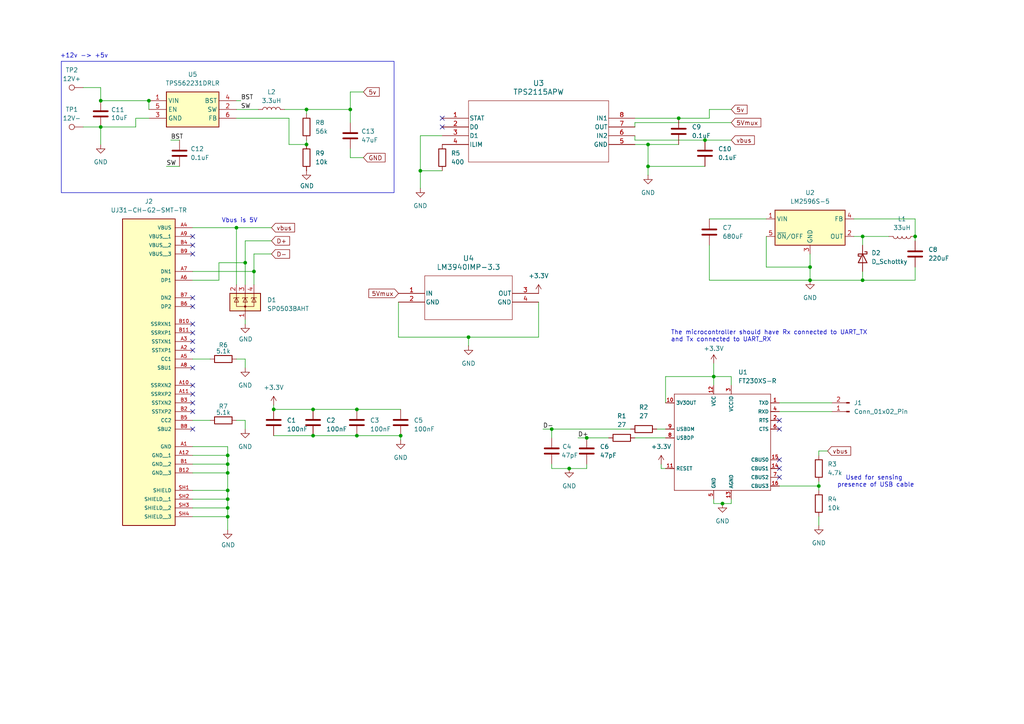
<source format=kicad_sch>
(kicad_sch (version 20231120) (generator "eeschema") (generator_version "8.0")
  (paper "A4")
  (lib_symbols
    (symbol "Connector:Conn_01x02_Pin" (pin_names (offset 1.016) hide)
      (property "Reference" "J" (at 0 2.54 0))
      (property "Value" "Conn_01x02_Pin" (at 0 -5.08 0))
      (symbol "Conn_01x02_Pin_1_1"
        (polyline (pts (xy 1.27 -2.54) (xy 0.8636 -2.54)) (stroke (width 0.1524)))
        (polyline (pts (xy 1.27 0) (xy 0.8636 0)) (stroke (width 0.1524)))
        (rectangle (start 0.8636 -2.413) (end 0 -2.667) (stroke (width 0.1524)) (fill (type outline)))
        (rectangle (start 0.8636 0.127) (end 0 -0.127) (stroke (width 0.1524)) (fill (type outline)))
        (pin passive line (at 5.08 0 180) (length 3.81) (name "Pin_1") (number "1"))
        (pin passive line (at 5.08 -2.54 180) (length 3.81) (name "Pin_2") (number "2"))
      )
    )
    (symbol "Connector:TestPoint" (pin_numbers hide) (pin_names (offset 0.762) hide)
      (property "Reference" "TP" (at 0 6.858 0))
      (property "Value" "TestPoint" (at 0 5.08 0))
      (symbol "TestPoint_0_1"
        (circle (center 0 3.302) (radius 0.762))
      )
      (symbol "TestPoint_1_1"
        (pin passive line (at 0 0 90) (length 2.54) (name "1") (number "1"))
      )
    )
    (symbol "Device:C" (pin_numbers hide) (pin_names (offset 0.254))
      (property "Reference" "C" (at 0.635 2.54 0))
      (property "Value" "C" (at 0.635 -2.54 0))
      (symbol "C_0_1"
        (polyline (pts (xy -2.032 -0.762) (xy 2.032 -0.762)) (stroke (width 0.508)))
        (polyline (pts (xy -2.032 0.762) (xy 2.032 0.762)) (stroke (width 0.508)))
      )
      (symbol "C_1_1"
        (pin passive line (at 0 3.81 270) (length 2.794) (name "~") (number "1"))
        (pin passive line (at 0 -3.81 90) (length 2.794) (name "~") (number "2"))
      )
    )
    (symbol "Device:D_Schottky" (pin_numbers hide) (pin_names (offset 1.016) hide)
      (property "Reference" "D" (at 0 2.54 0))
      (property "Value" "D_Schottky" (at 0 -2.54 0))
      (symbol "D_Schottky_0_1"
        (polyline (pts (xy 1.27 0) (xy -1.27 0)))
        (polyline (pts (xy 1.27 1.27) (xy 1.27 -1.27) (xy -1.27 0) (xy 1.27 1.27)) (stroke (width 0.254)))
        (polyline (pts (xy -1.905 0.635) (xy -1.905 1.27) (xy -1.27 1.27) (xy -1.27 -1.27) (xy -0.635 -1.27) (xy -0.635 -0.635)) (stroke (width 0.254)))
      )
      (symbol "D_Schottky_1_1"
        (pin passive line (at -3.81 0 0) (length 2.54) (name "K") (number "1"))
        (pin passive line (at 3.81 0 180) (length 2.54) (name "A") (number "2"))
      )
    )
    (symbol "Device:L" (pin_numbers hide) (pin_names (offset 1.016) hide)
      (property "Reference" "L" (at -1.27 0 90))
      (property "Value" "L" (at 1.905 0 90))
      (symbol "L_0_1"
        (arc (start 0 -2.54) (mid 0.6323 -1.905) (end 0 -1.27))
        (arc (start 0 -1.27) (mid 0.6323 -0.635) (end 0 0))
        (arc (start 0 0) (mid 0.6323 0.635) (end 0 1.27))
        (arc (start 0 1.27) (mid 0.6323 1.905) (end 0 2.54))
      )
      (symbol "L_1_1"
        (pin passive line (at 0 3.81 270) (length 1.27) (name "1") (number "1"))
        (pin passive line (at 0 -3.81 90) (length 1.27) (name "2") (number "2"))
      )
    )
    (symbol "Device:R" (pin_numbers hide) (pin_names (offset 0))
      (property "Reference" "R" (at 2.032 0 90))
      (property "Value" "R" (at 0 0 90))
      (symbol "R_0_1"
        (rectangle (start -1.016 -2.54) (end 1.016 2.54) (stroke (width 0.254)))
      )
      (symbol "R_1_1"
        (pin passive line (at 0 3.81 270) (length 1.27) (name "~") (number "1"))
        (pin passive line (at 0 -3.81 90) (length 1.27) (name "~") (number "2"))
      )
    )
    (symbol "LM3940:LM3940IMP-3.3" (pin_names (offset 0.254))
      (property "Reference" "U" (at 20.32 10.16 0))
      (property "Value" "LM3940IMP-3.3" (at 20.32 7.62 0))
      (symbol "LM3940IMP-3.3_0_1"
        (polyline (pts (xy 7.62 -7.62) (xy 33.02 -7.62)) (stroke (width 0.127)))
        (polyline (pts (xy 7.62 5.08) (xy 7.62 -7.62)) (stroke (width 0.127)))
        (polyline (pts (xy 33.02 -7.62) (xy 33.02 5.08)) (stroke (width 0.127)))
        (polyline (pts (xy 33.02 5.08) (xy 7.62 5.08)) (stroke (width 0.127)))
        (pin input line (at 0 0 0) (length 7.62) (name "IN") (number "1"))
        (pin passive line (at 0 -2.54 0) (length 7.62) (name "GND") (number "2"))
        (pin output line (at 40.64 0 180) (length 7.62) (name "OUT") (number "3"))
        (pin passive line (at 40.64 -2.54 180) (length 7.62) (name "GND") (number "4"))
      )
    )
    (symbol "Regulator_Switching:LM2596S-5"
      (property "Reference" "U" (at -10.16 6.35 0))
      (property "Value" "LM2596S-5" (at 0 6.35 0))
      (symbol "LM2596S-5_0_1"
        (rectangle (start -10.16 5.08) (end 10.16 -5.08) (stroke (width 0.254)) (fill (type background)))
      )
      (symbol "LM2596S-5_1_1"
        (pin power_in line (at -12.7 2.54 0) (length 2.54) (name "VIN") (number "1"))
        (pin output line (at 12.7 -2.54 180) (length 2.54) (name "OUT") (number "2"))
        (pin power_in line (at 0 -7.62 90) (length 2.54) (name "GND") (number "3"))
        (pin input line (at 12.7 2.54 180) (length 2.54) (name "FB") (number "4"))
        (pin input line (at -12.7 -2.54 0) (length 2.54) (name "~{ON}/OFF") (number "5"))
      )
    )
    (symbol "TPS2115A:TPS2115APW" (pin_names (offset 0.254))
      (property "Reference" "U" (at 27.94 10.16 0))
      (property "Value" "TPS2115APW" (at 27.94 7.62 0))
      (symbol "TPS2115APW_0_1"
        (polyline (pts (xy 7.62 -12.7) (xy 48.26 -12.7)) (stroke (width 0.127)))
        (polyline (pts (xy 7.62 5.08) (xy 7.62 -12.7)) (stroke (width 0.127)))
        (polyline (pts (xy 48.26 -12.7) (xy 48.26 5.08)) (stroke (width 0.127)))
        (polyline (pts (xy 48.26 5.08) (xy 7.62 5.08)) (stroke (width 0.127)))
        (pin output line (at 0 0 0) (length 7.62) (name "STAT") (number "1"))
        (pin input line (at 0 -2.54 0) (length 7.62) (name "D0") (number "2"))
        (pin input line (at 0 -5.08 0) (length 7.62) (name "D1") (number "3"))
        (pin input line (at 0 -7.62 0) (length 7.62) (name "ILIM") (number "4"))
        (pin power_in line (at 55.88 -7.62 180) (length 7.62) (name "GND") (number "5"))
        (pin input line (at 55.88 -5.08 180) (length 7.62) (name "IN2") (number "6"))
        (pin output line (at 55.88 -2.54 180) (length 7.62) (name "OUT") (number "7"))
        (pin input line (at 55.88 0 180) (length 7.62) (name "IN1") (number "8"))
      )
    )
    (symbol "UJ31-CH-G2-SMT-TR:UJ31-CH-G2-SMT-TR" (pin_names (offset 1.016))
      (property "Reference" "J" (at -7.6257 33.0447 0))
      (property "Value" "UJ31-CH-G2-SMT-TR" (at -7.622 -58.4295 0))
      (symbol "UJ31-CH-G2-SMT-TR_0_0"
        (rectangle (start -7.62 -55.88) (end 7.62 33.02) (stroke (width 0.254)) (fill (type background)))
        (pin power_in line (at 12.7 -33.02 180) (length 5.08) (name "GND") (number "A1"))
        (pin bidirectional line (at 12.7 -15.24 180) (length 5.08) (name "SSRXN2") (number "A10"))
        (pin bidirectional line (at 12.7 -17.78 180) (length 5.08) (name "SSRXP2") (number "A11"))
        (pin power_in line (at 12.7 -35.56 180) (length 5.08) (name "GND__1") (number "A12"))
        (pin bidirectional line (at 12.7 -5.08 180) (length 5.08) (name "SSTXP1") (number "A2"))
        (pin bidirectional line (at 12.7 -2.54 180) (length 5.08) (name "SSTXN1") (number "A3"))
        (pin power_in line (at 12.7 30.48 180) (length 5.08) (name "VBUS") (number "A4"))
        (pin bidirectional line (at 12.7 -7.62 180) (length 5.08) (name "CC1") (number "A5"))
        (pin bidirectional line (at 12.7 15.24 180) (length 5.08) (name "DP1") (number "A6"))
        (pin bidirectional line (at 12.7 17.78 180) (length 5.08) (name "DN1") (number "A7"))
        (pin bidirectional line (at 12.7 -10.16 180) (length 5.08) (name "SBU1") (number "A8"))
        (pin power_in line (at 12.7 27.94 180) (length 5.08) (name "VBUS__1") (number "A9"))
        (pin power_in line (at 12.7 -38.1 180) (length 5.08) (name "GND__2") (number "B1"))
        (pin bidirectional line (at 12.7 2.54 180) (length 5.08) (name "SSRXN1") (number "B10"))
        (pin bidirectional line (at 12.7 0 180) (length 5.08) (name "SSRXP1") (number "B11"))
        (pin power_in line (at 12.7 -40.64 180) (length 5.08) (name "GND__3") (number "B12"))
        (pin bidirectional line (at 12.7 -22.86 180) (length 5.08) (name "SSTXP2") (number "B2"))
        (pin bidirectional line (at 12.7 -20.32 180) (length 5.08) (name "SSTXN2") (number "B3"))
        (pin power_in line (at 12.7 25.4 180) (length 5.08) (name "VBUS__2") (number "B4"))
        (pin bidirectional line (at 12.7 -25.4 180) (length 5.08) (name "CC2") (number "B5"))
        (pin bidirectional line (at 12.7 7.62 180) (length 5.08) (name "DP2") (number "B6"))
        (pin bidirectional line (at 12.7 10.16 180) (length 5.08) (name "DN2") (number "B7"))
        (pin bidirectional line (at 12.7 -27.94 180) (length 5.08) (name "SBU2") (number "B8"))
        (pin power_in line (at 12.7 22.86 180) (length 5.08) (name "VBUS__3") (number "B9"))
        (pin power_in line (at 12.7 -45.72 180) (length 5.08) (name "SHIELD") (number "SH1"))
        (pin power_in line (at 12.7 -48.26 180) (length 5.08) (name "SHIELD__1") (number "SH2"))
        (pin power_in line (at 12.7 -50.8 180) (length 5.08) (name "SHIELD__2") (number "SH3"))
        (pin power_in line (at 12.7 -53.34 180) (length 5.08) (name "SHIELD__3") (number "SH4"))
      )
    )
    (symbol "power:+3.3V" (power) (pin_numbers hide) (pin_names (offset 0) hide)
      (property "Value" "+3.3V" (at 0 3.556 0))
      (symbol "+3.3V_0_1"
        (polyline (pts (xy -0.762 1.27) (xy 0 2.54)))
        (polyline (pts (xy 0 0) (xy 0 2.54)))
        (polyline (pts (xy 0 2.54) (xy 0.762 1.27)))
      )
      (symbol "+3.3V_1_1"
        (pin power_in line (at 0 0 90) (length 0) (name "~") (number "1"))
      )
    )
    (symbol "power:GND" (power) (pin_numbers hide) (pin_names (offset 0) hide)
      (property "Value" "GND" (at 0 -3.81 0))
      (symbol "GND_0_1"
        (polyline (pts (xy 0 0) (xy 0 -1.27) (xy 1.27 -1.27) (xy 0 -2.54) (xy -1.27 -1.27) (xy 0 -1.27)))
      )
      (symbol "GND_1_1"
        (pin power_in line (at 0 0 270) (length 0) (name "~") (number "1"))
      )
    )
    (symbol "utsvt-chips:FT230XS-R"
      (property "Reference" "U" (at 0 0 0))
      (property "Value" "FT230XS-R" (at 0 0 0))
      (symbol "FT230XS-R_0_0"
        (polyline (pts (xy -15.24 -22.86) (xy -13.97 -22.86)) (stroke (width 0.1524)))
        (polyline (pts (xy -15.24 -13.97) (xy -13.97 -13.97)) (stroke (width 0.1524)))
        (polyline (pts (xy -15.24 -11.43) (xy -13.97 -11.43)) (stroke (width 0.1524)))
        (polyline (pts (xy -15.24 -3.81) (xy -13.97 -3.81)) (stroke (width 0.1524)))
        (polyline (pts (xy -13.97 -29.21) (xy -2.54 -29.21)) (stroke (width 0.1524)))
        (polyline (pts (xy -13.97 -22.86) (xy -13.97 -29.21)) (stroke (width 0.1524)))
        (polyline (pts (xy -13.97 -13.97) (xy -13.97 -22.86)) (stroke (width 0.1524)))
        (polyline (pts (xy -13.97 -11.43) (xy -13.97 -13.97)) (stroke (width 0.1524)))
        (polyline (pts (xy -13.97 -3.81) (xy -13.97 -11.43)) (stroke (width 0.1524)))
        (polyline (pts (xy -13.97 -1.27) (xy -13.97 -3.81)) (stroke (width 0.1524)))
        (polyline (pts (xy -13.97 -1.27) (xy -2.54 -1.27)) (stroke (width 0.1524)))
        (polyline (pts (xy -2.54 -30.48) (xy -2.54 -29.21)) (stroke (width 0.1524)))
        (polyline (pts (xy -2.54 -29.21) (xy 2.54 -29.21)) (stroke (width 0.1524)))
        (polyline (pts (xy -2.54 -1.27) (xy 2.54 -1.27)) (stroke (width 0.1524)))
        (polyline (pts (xy -2.54 0) (xy -2.54 -1.27)) (stroke (width 0.1524)))
        (polyline (pts (xy 2.54 -30.48) (xy 2.54 -29.21)) (stroke (width 0.1524)))
        (polyline (pts (xy 2.54 -29.21) (xy 13.97 -29.21)) (stroke (width 0.1524)))
        (polyline (pts (xy 2.54 -1.27) (xy 13.97 -1.27)) (stroke (width 0.1524)))
        (polyline (pts (xy 2.54 0) (xy 2.54 -1.27)) (stroke (width 0.1524)))
        (polyline (pts (xy 13.97 -27.94) (xy 13.97 -29.21)) (stroke (width 0.1524)))
        (polyline (pts (xy 13.97 -25.4) (xy 13.97 -27.94)) (stroke (width 0.1524)))
        (polyline (pts (xy 13.97 -22.86) (xy 13.97 -25.4)) (stroke (width 0.1524)))
        (polyline (pts (xy 13.97 -20.32) (xy 13.97 -22.86)) (stroke (width 0.1524)))
        (polyline (pts (xy 13.97 -11.43) (xy 13.97 -20.32)) (stroke (width 0.1524)))
        (polyline (pts (xy 13.97 -8.89) (xy 13.97 -11.43)) (stroke (width 0.1524)))
        (polyline (pts (xy 13.97 -6.35) (xy 13.97 -8.89)) (stroke (width 0.1524)))
        (polyline (pts (xy 13.97 -3.81) (xy 13.97 -6.35)) (stroke (width 0.1524)))
        (polyline (pts (xy 13.97 -1.27) (xy 13.97 -3.81)) (stroke (width 0.1524)))
        (polyline (pts (xy 15.24 -27.94) (xy 13.97 -27.94)) (stroke (width 0.1524)))
        (polyline (pts (xy 15.24 -25.4) (xy 13.97 -25.4)) (stroke (width 0.1524)))
        (polyline (pts (xy 15.24 -22.86) (xy 13.97 -22.86)) (stroke (width 0.1524)))
        (polyline (pts (xy 15.24 -20.32) (xy 13.97 -20.32)) (stroke (width 0.1524)))
        (polyline (pts (xy 15.24 -11.43) (xy 13.97 -11.43)) (stroke (width 0.1524)))
        (polyline (pts (xy 15.24 -8.89) (xy 13.97 -8.89)) (stroke (width 0.1524)))
        (polyline (pts (xy 15.24 -6.35) (xy 13.97 -6.35)) (stroke (width 0.1524)))
        (polyline (pts (xy 15.24 -3.81) (xy 13.97 -3.81)) (stroke (width 0.1524)))
        (pin bidirectional line (at 16.51 -3.81 180) (length 2.54) (name "TXD") (number "1"))
        (pin bidirectional line (at -16.51 -3.81 0) (length 2.54) (name "3V3OUT") (number "10"))
        (pin bidirectional line (at -16.51 -22.86 0) (length 2.54) (name "RESET") (number "11"))
        (pin bidirectional line (at -2.54 1.27 270) (length 2.54) (name "VCC") (number "12"))
        (pin bidirectional line (at 16.51 -22.86 180) (length 2.54) (name "CBUS1") (number "14"))
        (pin bidirectional line (at 16.51 -20.32 180) (length 2.54) (name "CBUS0") (number "15"))
        (pin bidirectional line (at 16.51 -27.94 180) (length 2.54) (name "CBUS3") (number "16"))
        (pin bidirectional line (at 16.51 -8.89 180) (length 2.54) (name "RTS") (number "2"))
        (pin bidirectional line (at 2.54 1.27 270) (length 2.54) (name "VCCIO") (number "3"))
        (pin bidirectional line (at 16.51 -6.35 180) (length 2.54) (name "RXD") (number "4"))
        (pin bidirectional line (at -2.54 -31.75 90) (length 2.54) (name "GND") (number "5"))
        (pin bidirectional line (at 16.51 -11.43 180) (length 2.54) (name "CTS") (number "6"))
        (pin bidirectional line (at 16.51 -25.4 180) (length 2.54) (name "CBUS2") (number "7"))
        (pin bidirectional line (at -16.51 -13.97 0) (length 2.54) (name "USBDP") (number "8"))
        (pin bidirectional line (at -16.51 -11.43 0) (length 2.54) (name "USBDM") (number "9"))
      )
      (symbol "FT230XS-R_1_0"
        (pin bidirectional line (at 2.54 -31.75 90) (length 2.54) (name "AGND") (number "13"))
      )
    )
    (symbol "utsvt-chips:SP0503BAHT-Power_Protection" (pin_names hide)
      (property "Reference" "D1" (at 6.35 0.635 0))
      (property "Value" "SP0503BAHT" (at 6.35 -1.905 0))
      (symbol "SP0503BAHT-Power_Protection_0_0"
        (pin passive line (at 0 -5.08 90) (length 2.54) (name "A") (number "1"))
      )
      (symbol "SP0503BAHT-Power_Protection_0_1"
        (rectangle (start -4.445 2.54) (end 4.445 -2.54) (stroke (width 0.254)) (fill (type background)))
        (circle (center 0 -1.27) (radius 0.254) (fill (type outline)))
        (polyline (pts (xy -2.54 2.54) (xy -2.54 1.27)))
        (polyline (pts (xy 0 -1.27) (xy 0 -2.54)))
        (polyline (pts (xy 0 -1.27) (xy 0 1.27)))
        (polyline (pts (xy 0 2.54) (xy 0 1.27)))
        (polyline (pts (xy 0.635 1.27) (xy 0.762 1.27)))
        (polyline (pts (xy 2.54 2.54) (xy 2.54 1.27)))
        (polyline (pts (xy 0.635 1.27) (xy -0.762 1.27) (xy -0.762 1.016)))
        (polyline (pts (xy -3.302 1.016) (xy -3.302 1.27) (xy -1.905 1.27) (xy -1.778 1.27)))
        (polyline (pts (xy -2.54 1.27) (xy -2.54 -1.27) (xy 2.54 -1.27) (xy 2.54 1.27)))
        (polyline (pts (xy -2.54 1.27) (xy -1.905 0) (xy -3.175 0) (xy -2.54 1.27)))
        (polyline (pts (xy 0.635 0) (xy -0.635 0) (xy 0 1.27) (xy 0.635 0)))
        (polyline (pts (xy 1.778 1.016) (xy 1.778 1.27) (xy 3.175 1.27) (xy 3.302 1.27)))
        (polyline (pts (xy 2.54 1.27) (xy 1.905 0) (xy 3.175 0) (xy 2.54 1.27)))
      )
      (symbol "SP0503BAHT-Power_Protection_1_1"
        (pin passive line (at -2.54 5.08 270) (length 2.54) (name "K") (number "2"))
        (pin passive line (at 0 5.08 270) (length 2.54) (name "K") (number "3"))
        (pin passive line (at 2.54 5.08 270) (length 2.54) (name "K") (number "4"))
      )
    )
    (symbol "utsvt-power-regulators:TPS562231DRLR"
      (property "Reference" "U" (at 0 1.778 0))
      (property "Value" "TPS562231DRLR" (at 0 0 0))
      (symbol "TPS562231DRLR_1_1"
        (rectangle (start -6.35 -2.54) (end 8.89 -12.7) (stroke (width 0.254)) (fill (type background)))
        (pin passive line (at -11.43 -5.08 0) (length 5.08) (name "VIN") (number "1"))
        (pin passive line (at 13.97 -7.62 180) (length 5.08) (name "SW") (number "2"))
        (pin passive line (at -11.43 -10.16 0) (length 5.08) (name "GND") (number "3"))
        (pin passive line (at 13.97 -5.08 180) (length 5.08) (name "BST") (number "4"))
        (pin passive line (at -11.43 -7.62 0) (length 5.08) (name "EN") (number "5"))
        (pin passive line (at 13.97 -10.16 180) (length 5.08) (name "FB") (number "6"))
      )
    )
  )
  (junction (at 43.18 29.21))
  (junction (at 209.55 146.05))
  (junction (at 101.6 31.75))
  (junction (at 187.96 41.91))
  (junction (at 79.375 118.745))
  (junction (at 135.89 97.79))
  (junction (at 29.21 29.21))
  (junction (at 103.505 118.745))
  (junction (at 250.19 81.28))
  (junction (at 103.505 126.365))
  (junction (at 88.9 31.75))
  (junction (at 66.04 149.86))
  (junction (at 90.805 118.745))
  (junction (at 207.01 109.22))
  (junction (at 204.47 40.64))
  (junction (at 29.21 36.83))
  (junction (at 66.04 144.78))
  (junction (at 71.12 76.2))
  (junction (at 165.1 135.89))
  (junction (at 196.85 34.29))
  (junction (at 66.04 142.24))
  (junction (at 265.43 68.58))
  (junction (at 90.805 126.365))
  (junction (at 160.02 124.46))
  (junction (at 73.66 78.74))
  (junction (at 66.04 147.32))
  (junction (at 66.04 134.62))
  (junction (at 250.19 68.58))
  (junction (at 66.04 132.08))
  (junction (at 66.04 137.16))
  (junction (at 237.49 140.97))
  (junction (at 234.95 81.28))
  (junction (at 121.92 49.53))
  (junction (at 170.18 127))
  (junction (at 234.95 77.47))
  (junction (at 68.58 66.04))
  (junction (at 116.205 126.365))
  (junction (at 88.9 41.91))
  (junction (at 187.96 48.26))
  (no_connect (at 55.88 111.76))
  (no_connect (at 55.88 99.06))
  (no_connect (at 55.88 96.52))
  (no_connect (at 55.88 124.46))
  (no_connect (at 55.88 71.12))
  (no_connect (at 55.88 68.58))
  (no_connect (at 55.88 88.9))
  (no_connect (at 55.88 93.98))
  (no_connect (at 55.88 119.38))
  (no_connect (at 226.06 133.35))
  (no_connect (at 55.88 106.68))
  (no_connect (at 226.06 124.46))
  (no_connect (at 226.06 138.43))
  (no_connect (at 226.06 135.89))
  (no_connect (at 55.88 116.84))
  (no_connect (at 55.88 101.6))
  (no_connect (at 55.88 86.36))
  (no_connect (at 128.27 34.29))
  (no_connect (at 128.27 36.83))
  (no_connect (at 55.88 73.66))
  (no_connect (at 55.88 114.3))
  (no_connect (at 226.06 121.92))
  (wire (pts (xy 55.88 144.78) (xy 66.04 144.78)))
  (wire (pts (xy 115.57 97.79) (xy 115.57 87.63)))
  (wire (pts (xy 121.92 49.53) (xy 121.92 39.37)))
  (wire (pts (xy 101.6 43.18) (xy 101.6 45.72)))
  (wire (pts (xy 121.92 39.37) (xy 128.27 39.37)))
  (wire (pts (xy 101.6 26.67) (xy 101.6 31.75)))
  (wire (pts (xy 265.43 63.5) (xy 265.43 68.58)))
  (wire (pts (xy 184.15 35.56) (xy 184.15 36.83)))
  (wire (pts (xy 187.96 48.26) (xy 204.47 48.26)))
  (wire (pts (xy 101.6 26.67) (xy 105.41 26.67)))
  (wire (pts (xy 170.18 134.62) (xy 170.18 135.89)))
  (wire (pts (xy 83.82 34.29) (xy 83.82 41.91)))
  (wire (pts (xy 66.04 144.78) (xy 66.04 147.32)))
  (wire (pts (xy 184.15 35.56) (xy 212.09 35.56)))
  (wire (pts (xy 116.205 127.635) (xy 116.205 126.365)))
  (wire (pts (xy 212.09 111.76) (xy 212.09 109.22)))
  (wire (pts (xy 250.19 81.28) (xy 234.95 81.28)))
  (wire (pts (xy 135.89 97.79) (xy 115.57 97.79)))
  (wire (pts (xy 90.805 126.365) (xy 103.505 126.365)))
  (wire (pts (xy 237.49 130.81) (xy 240.03 130.81)))
  (wire (pts (xy 71.12 76.2) (xy 71.12 82.55)))
  (wire (pts (xy 55.88 81.28) (xy 63.5 81.28)))
  (wire (pts (xy 265.43 69.85) (xy 265.43 68.58)))
  (wire (pts (xy 205.74 31.75) (xy 205.74 34.29)))
  (wire (pts (xy 24.13 36.83) (xy 29.21 36.83)))
  (wire (pts (xy 49.53 40.64) (xy 52.07 40.64)))
  (wire (pts (xy 24.13 25.4) (xy 29.21 25.4)))
  (wire (pts (xy 43.18 29.21) (xy 43.18 31.75)))
  (wire (pts (xy 101.6 31.75) (xy 88.9 31.75)))
  (wire (pts (xy 55.88 66.04) (xy 68.58 66.04)))
  (wire (pts (xy 79.375 126.365) (xy 90.805 126.365)))
  (wire (pts (xy 187.96 41.91) (xy 196.85 41.91)))
  (wire (pts (xy 247.65 63.5) (xy 265.43 63.5)))
  (wire (pts (xy 66.04 147.32) (xy 66.04 149.86)))
  (wire (pts (xy 156.21 87.63) (xy 156.21 97.79)))
  (wire (pts (xy 237.49 130.81) (xy 237.49 132.08)))
  (wire (pts (xy 66.04 149.86) (xy 66.04 153.67)))
  (wire (pts (xy 55.88 142.24) (xy 66.04 142.24)))
  (wire (pts (xy 157.48 124.46) (xy 160.02 124.46)))
  (wire (pts (xy 71.12 104.14) (xy 71.12 106.68)))
  (wire (pts (xy 55.88 149.86) (xy 66.04 149.86)))
  (wire (pts (xy 66.04 142.24) (xy 66.04 137.16)))
  (wire (pts (xy 237.49 140.97) (xy 237.49 142.24)))
  (wire (pts (xy 207.01 146.05) (xy 209.55 146.05)))
  (wire (pts (xy 63.5 76.2) (xy 63.5 81.28)))
  (wire (pts (xy 78.74 69.85) (xy 71.12 69.85)))
  (wire (pts (xy 165.1 135.89) (xy 170.18 135.89)))
  (wire (pts (xy 90.805 118.745) (xy 103.505 118.745)))
  (wire (pts (xy 135.89 100.33) (xy 135.89 97.79)))
  (wire (pts (xy 68.58 34.29) (xy 83.82 34.29)))
  (wire (pts (xy 79.375 117.475) (xy 79.375 118.745)))
  (wire (pts (xy 176.53 127) (xy 170.18 127)))
  (wire (pts (xy 55.88 147.32) (xy 66.04 147.32)))
  (wire (pts (xy 160.02 124.46) (xy 182.88 124.46)))
  (wire (pts (xy 66.04 132.08) (xy 66.04 134.62)))
  (wire (pts (xy 226.06 140.97) (xy 237.49 140.97)))
  (wire (pts (xy 205.74 63.5) (xy 222.25 63.5)))
  (wire (pts (xy 71.12 69.85) (xy 71.12 76.2)))
  (wire (pts (xy 250.19 78.74) (xy 250.19 81.28)))
  (wire (pts (xy 212.09 146.05) (xy 209.55 146.05)))
  (wire (pts (xy 83.82 41.91) (xy 88.9 41.91)))
  (wire (pts (xy 184.15 127) (xy 193.04 127)))
  (wire (pts (xy 68.58 66.04) (xy 68.58 82.55)))
  (wire (pts (xy 205.74 81.28) (xy 234.95 81.28)))
  (wire (pts (xy 204.47 40.64) (xy 212.09 40.64)))
  (wire (pts (xy 207.01 109.22) (xy 207.01 111.76)))
  (wire (pts (xy 66.04 129.54) (xy 66.04 132.08)))
  (wire (pts (xy 68.58 121.92) (xy 71.12 121.92)))
  (wire (pts (xy 187.96 41.91) (xy 187.96 48.26)))
  (wire (pts (xy 222.25 68.58) (xy 222.25 77.47)))
  (wire (pts (xy 121.92 54.61) (xy 121.92 49.53)))
  (wire (pts (xy 55.88 121.92) (xy 60.96 121.92)))
  (wire (pts (xy 226.06 119.38) (xy 241.3 119.38)))
  (wire (pts (xy 103.505 126.365) (xy 116.205 126.365)))
  (wire (pts (xy 88.9 41.91) (xy 88.9 40.64)))
  (wire (pts (xy 191.77 134.62) (xy 191.77 135.89)))
  (wire (pts (xy 73.66 73.66) (xy 73.66 78.74)))
  (wire (pts (xy 184.15 41.91) (xy 187.96 41.91)))
  (wire (pts (xy 101.6 35.56) (xy 101.6 31.75)))
  (wire (pts (xy 160.02 134.62) (xy 160.02 135.89)))
  (wire (pts (xy 55.88 137.16) (xy 66.04 137.16)))
  (wire (pts (xy 160.02 127) (xy 160.02 124.46)))
  (wire (pts (xy 184.15 40.64) (xy 204.47 40.64)))
  (wire (pts (xy 66.04 134.62) (xy 66.04 137.16)))
  (wire (pts (xy 66.04 142.24) (xy 66.04 144.78)))
  (wire (pts (xy 68.58 66.04) (xy 78.74 66.04)))
  (wire (pts (xy 234.95 77.47) (xy 234.95 81.28)))
  (wire (pts (xy 73.66 73.66) (xy 78.74 73.66)))
  (wire (pts (xy 234.95 73.66) (xy 234.95 77.47)))
  (wire (pts (xy 55.88 132.08) (xy 66.04 132.08)))
  (wire (pts (xy 193.04 116.84) (xy 193.04 109.22)))
  (wire (pts (xy 247.65 68.58) (xy 250.19 68.58)))
  (wire (pts (xy 212.09 144.78) (xy 212.09 146.05)))
  (wire (pts (xy 191.77 135.89) (xy 193.04 135.89)))
  (wire (pts (xy 73.66 82.55) (xy 73.66 78.74)))
  (wire (pts (xy 52.07 48.26) (xy 48.26 48.26)))
  (wire (pts (xy 88.9 31.75) (xy 88.9 33.02)))
  (wire (pts (xy 207.01 105.41) (xy 207.01 109.22)))
  (wire (pts (xy 55.88 134.62) (xy 66.04 134.62)))
  (wire (pts (xy 184.15 40.64) (xy 184.15 39.37)))
  (wire (pts (xy 193.04 109.22) (xy 207.01 109.22)))
  (wire (pts (xy 55.88 104.14) (xy 60.96 104.14)))
  (wire (pts (xy 103.505 118.745) (xy 116.205 118.745)))
  (wire (pts (xy 39.37 34.29) (xy 43.18 34.29)))
  (wire (pts (xy 237.49 149.86) (xy 237.49 152.4)))
  (wire (pts (xy 29.21 29.21) (xy 43.18 29.21)))
  (wire (pts (xy 55.88 78.74) (xy 73.66 78.74)))
  (wire (pts (xy 160.02 135.89) (xy 165.1 135.89)))
  (wire (pts (xy 205.74 34.29) (xy 196.85 34.29)))
  (wire (pts (xy 237.49 139.7) (xy 237.49 140.97)))
  (wire (pts (xy 68.58 104.14) (xy 71.12 104.14)))
  (wire (pts (xy 207.01 109.22) (xy 212.09 109.22)))
  (wire (pts (xy 156.21 97.79) (xy 135.89 97.79)))
  (wire (pts (xy 82.55 31.75) (xy 88.9 31.75)))
  (wire (pts (xy 207.01 144.78) (xy 207.01 146.05)))
  (wire (pts (xy 250.19 71.12) (xy 250.19 68.58)))
  (wire (pts (xy 71.12 93.98) (xy 71.12 92.71)))
  (wire (pts (xy 55.88 129.54) (xy 66.04 129.54)))
  (wire (pts (xy 167.64 127) (xy 170.18 127)))
  (wire (pts (xy 121.92 49.53) (xy 128.27 49.53)))
  (wire (pts (xy 39.37 34.29) (xy 39.37 36.83)))
  (wire (pts (xy 187.96 48.26) (xy 187.96 50.8)))
  (wire (pts (xy 71.12 121.92) (xy 71.12 124.46)))
  (wire (pts (xy 63.5 76.2) (xy 71.12 76.2)))
  (wire (pts (xy 68.58 29.21) (xy 69.85 29.21)))
  (wire (pts (xy 250.19 81.28) (xy 265.43 81.28)))
  (wire (pts (xy 90.805 118.745) (xy 79.375 118.745)))
  (wire (pts (xy 222.25 77.47) (xy 234.95 77.47)))
  (wire (pts (xy 29.21 41.91) (xy 29.21 36.83)))
  (wire (pts (xy 205.74 71.12) (xy 205.74 81.28)))
  (wire (pts (xy 205.74 31.75) (xy 212.09 31.75)))
  (wire (pts (xy 226.06 116.84) (xy 241.3 116.84)))
  (wire (pts (xy 184.15 34.29) (xy 196.85 34.29)))
  (wire (pts (xy 101.6 45.72) (xy 105.41 45.72)))
  (wire (pts (xy 29.21 25.4) (xy 29.21 29.21)))
  (wire (pts (xy 29.21 36.83) (xy 39.37 36.83)))
  (wire (pts (xy 68.58 31.75) (xy 74.93 31.75)))
  (wire (pts (xy 190.5 124.46) (xy 193.04 124.46)))
  (wire (pts (xy 265.43 81.28) (xy 265.43 77.47)))
  (wire (pts (xy 250.19 68.58) (xy 257.81 68.58)))
  (rectangle (start 17.78 17.78) (end 114.3 55.88))
  (text "Used for sensing \npresence of USB cable" (at 254 139.7 0) (effects (font (size 1.27 1.27))))
  (text "Vbus is 5V" (at 64.262 64.77 0) (effects (font (size 1.27 1.27)) (justify left bottom)))
  (text "The microcontroller should have Rx connected to UART_TX\nand Tx connected to UART_RX" (at 194.564 99.314 0) (effects (font (size 1.27 1.27)) (justify left bottom)))
  (text "+12v -> +5v" (at 24.384 16.256 0) (effects (font (size 1.27 1.27))))
  (label "D-" (at 157.48 124.46 0))
  (label "D+" (at 167.64 127 0))
  (label "SW" (at 48.26 48.26 0))
  (label "BST" (at 49.53 40.64 0))
  (label "BST" (at 69.85 29.21 0))
  (label "SW" (at 69.85 31.75 0))
  (global_label "5Vmux" (shape input) (at 115.57 85.09 180) (property "Intersheetrefs" "${INTERSHEET_REFS}" (effects (hide yes))))
  (global_label "vbus" (shape input) (at 240.03 130.81 0) (property "Intersheetrefs" "${INTERSHEET_REFS}" (effects (hide yes))))
  (global_label "D+" (shape input) (at 78.74 69.85 0) (property "Intersheetrefs" "${INTERSHEET_REFS}" (effects (hide yes))))
  (global_label "vbus" (shape input) (at 78.74 66.04 0) (property "Intersheetrefs" "${INTERSHEET_REFS}" (effects (hide yes))))
  (global_label "5v" (shape input) (at 212.09 31.75 0) (property "Intersheetrefs" "${INTERSHEET_REFS}" (effects (hide yes))))
  (global_label "GND" (shape input) (at 105.41 45.72 0) (property "Intersheetrefs" "${INTERSHEET_REFS}" (effects (hide yes))))
  (global_label "D-" (shape input) (at 78.74 73.66 0) (property "Intersheetrefs" "${INTERSHEET_REFS}" (effects (hide yes))))
  (global_label "5v" (shape input) (at 105.41 26.67 0) (property "Intersheetrefs" "${INTERSHEET_REFS}" (effects (hide yes))))
  (global_label "5Vmux" (shape input) (at 212.09 35.56 0) (property "Intersheetrefs" "${INTERSHEET_REFS}" (effects (hide yes))))
  (global_label "vbus" (shape input) (at 212.09 40.64 0) (property "Intersheetrefs" "${INTERSHEET_REFS}" (effects (hide yes))))
  (symbol (lib_id "Device:R") (at 88.9 36.83 0) (unit 1)
    (property "Reference" "R8" (at 91.44 35.5599 0) (effects (justify left)))
    (property "Value" "56k" (at 91.44 38.0999 0) (effects (justify left)))
    (property "Footprint" "Resistor_SMD:R_0805_2012Metric" (effects (hide yes)))
    (property "Description" "Resistor" (effects (hide yes)))
  )
  (symbol (lib_id "power:GND") (at 29.21 41.91 0) (unit 1)
    (property "Reference" "#PWR017" (effects (hide yes)))
    (property "Value" "GND" (at 29.21 46.99 0))
    (property "Description" "Power symbol creates a global label with name \"GND\" , ground" (effects (hide yes)))
  )
  (symbol (lib_id "Device:C") (at 196.85 38.1 0) (unit 1)
    (property "Reference" "C9" (at 200.66 36.8299 0) (effects (justify left)))
    (property "Value" "0.1uF" (at 200.66 39.3699 0) (effects (justify left)))
    (property "Description" "Unpolarized capacitor" (effects (hide yes)))
  )
  (symbol (lib_id "Device:R") (at 237.49 135.89 0) (unit 1)
    (property "Reference" "R3" (at 240.03 134.6199 0) (effects (justify left)))
    (property "Value" "4.7k" (at 240.03 137.1599 0) (effects (justify left)))
    (property "Footprint" "Resistor_SMD:R_0805_2012Metric" (effects (hide yes)))
    (property "Description" "Resistor" (effects (hide yes)))
  )
  (symbol (lib_id "power:GND") (at 88.9 49.53 0) (unit 1)
    (property "Reference" "#PWR019" (effects (hide yes)))
    (property "Value" "GND" (at 89.027 53.9242 0))
    (property "Description" "Power symbol creates a global label with name \"GND\" , ground" (effects (hide yes)))
  )
  (symbol (lib_id "power:+3.3V") (at 79.375 117.475 0) (unit 1)
    (property "Reference" "#PWR02" (effects (hide yes)))
    (property "Value" "+3.3V" (at 79.375 112.395 0))
    (property "Description" "Power symbol creates a global label with name \"+3.3V\"" (effects (hide yes)))
  )
  (symbol (lib_id "power:GND") (at 116.205 127.635 0) (unit 1)
    (property "Reference" "#PWR05" (effects (hide yes)))
    (property "Value" "GND" (at 116.205 132.715 0))
    (property "Description" "Power symbol creates a global label with name \"GND\" , ground" (effects (hide yes)))
  )
  (symbol (lib_id "Connector:TestPoint") (at 24.13 36.83 90) (unit 1)
    (property "Reference" "TP1" (at 20.828 31.75 90))
    (property "Value" "12V-" (at 20.828 34.29 90))
    (property "Description" "test point" (effects (hide yes)))
  )
  (symbol (lib_id "power:GND") (at 71.12 124.46 0) (unit 1)
    (property "Reference" "#PWR016" (effects (hide yes)))
    (property "Value" "GND" (at 71.12 129.54 0))
    (property "Description" "Power symbol creates a global label with name \"GND\" , ground" (effects (hide yes)))
  )
  (symbol (lib_id "Device:C") (at 52.07 44.45 0) (unit 1)
    (property "Reference" "C12" (at 55.245 43.1799 0) (effects (justify left)))
    (property "Value" "0.1uF" (at 55.245 45.7199 0) (effects (justify left)))
    (property "Footprint" "Capacitor_SMD:C_0805_2012Metric" (effects (hide yes)))
    (property "Description" "Unpolarized capacitor" (effects (hide yes)))
  )
  (symbol (lib_id "power:+3.3V") (at 191.77 134.62 0) (unit 1)
    (property "Reference" "#PWR06" (effects (hide yes)))
    (property "Value" "+3.3V" (at 191.77 129.54 0))
    (property "Description" "Power symbol creates a global label with name \"+3.3V\"" (effects (hide yes)))
  )
  (symbol (lib_id "power:GND") (at 121.92 54.61 0) (unit 1)
    (property "Reference" "#PWR012" (effects (hide yes)))
    (property "Value" "GND" (at 121.92 59.69 0))
    (property "Description" "Power symbol creates a global label with name \"GND\" , ground" (effects (hide yes)))
  )
  (symbol (lib_id "Device:C") (at 204.47 44.45 0) (unit 1)
    (property "Reference" "C10" (at 208.28 43.1799 0) (effects (justify left)))
    (property "Value" "0.1uF" (at 208.28 45.7199 0) (effects (justify left)))
    (property "Description" "Unpolarized capacitor" (effects (hide yes)))
  )
  (symbol (lib_id "Device:C") (at 29.21 33.02 0) (unit 1)
    (property "Reference" "C11" (at 32.2072 31.8516 0) (effects (justify left)))
    (property "Value" "10uF" (at 32.2072 34.163 0) (effects (justify left)))
    (property "Footprint" "Capacitor_SMD:C_0805_2012Metric" (effects (hide yes)))
    (property "Description" "Unpolarized capacitor" (effects (hide yes)))
    (property "P/N" "22201C106KAT2A" (effects (hide yes)))
    (property "Mouser Part Number" "581-22201C106KAT2A" (effects (hide yes)))
  )
  (symbol (lib_id "Device:C") (at 265.43 73.66 0) (unit 1)
    (property "Reference" "C8" (at 269.24 72.3899 0) (effects (justify left)))
    (property "Value" "220uF" (at 269.24 74.9299 0) (effects (justify left)))
    (property "Description" "Unpolarized capacitor" (effects (hide yes)))
  )
  (symbol (lib_id "Connector:Conn_01x02_Pin") (at 246.38 119.38 180) (unit 1)
    (property "Reference" "J1" (at 247.65 116.8399 0) (effects (justify right)))
    (property "Value" "Conn_01x02_Pin" (at 247.65 119.3799 0) (effects (justify right)))
    (property "Description" "Generic connector, single row, 01x02, script generated" (effects (hide yes)))
  )
  (symbol (lib_id "power:+3.3V") (at 156.21 85.09 0) (unit 1)
    (property "Reference" "#PWR014" (effects (hide yes)))
    (property "Value" "+3.3V" (at 156.21 80.01 0))
    (property "Description" "Power symbol creates a global label with name \"+3.3V\"" (effects (hide yes)))
  )
  (symbol (lib_id "LM3940:LM3940IMP-3.3") (at 115.57 85.09 0) (unit 1)
    (property "Reference" "U4" (at 135.89 74.93 0) (effects (font (size 1.524 1.524))))
    (property "Value" "LM3940IMP-3.3" (at 135.89 77.47 0) (effects (font (size 1.524 1.524))))
    (property "Footprint" "MP04A" (effects (hide yes)))
    (property "Datasheet" "LM3940IMP-3.3" (effects (hide yes)))
  )
  (symbol (lib_id "Device:R") (at 186.69 124.46 270) (unit 1)
    (property "Reference" "R2" (at 186.69 118.11 90))
    (property "Value" "27" (at 186.69 120.65 90))
    (property "Footprint" "Resistor_SMD:R_0805_2012Metric" (effects (hide yes)))
    (property "Description" "Resistor" (effects (hide yes)))
  )
  (symbol (lib_id "Connector:TestPoint") (at 24.13 25.4 90) (unit 1)
    (property "Reference" "TP2" (at 20.828 20.32 90))
    (property "Value" "12V+" (at 20.828 22.86 90))
    (property "Description" "test point" (effects (hide yes)))
  )
  (symbol (lib_id "power:GND") (at 135.89 100.33 0) (unit 1)
    (property "Reference" "#PWR013" (effects (hide yes)))
    (property "Value" "GND" (at 135.89 105.41 0))
    (property "Description" "Power symbol creates a global label with name \"GND\" , ground" (effects (hide yes)))
  )
  (symbol (lib_id "Device:C") (at 170.18 130.81 0) (unit 1)
    (property "Reference" "C6" (at 173.99 129.5399 0) (effects (justify left)))
    (property "Value" "47pF" (at 173.99 132.0799 0) (effects (justify left)))
    (property "Footprint" "Capacitor_SMD:C_0805_2012Metric" (effects (hide yes)))
    (property "Description" "Unpolarized capacitor" (effects (hide yes)))
  )
  (symbol (lib_id "Device:C") (at 160.02 130.81 0) (unit 1)
    (property "Reference" "C4" (at 163.068 129.54 0) (effects (justify left)))
    (property "Value" "47pF" (at 162.814 132.08 0) (effects (justify left)))
    (property "Footprint" "Capacitor_SMD:C_0805_2012Metric" (effects (hide yes)))
    (property "Description" "Unpolarized capacitor" (effects (hide yes)))
  )
  (symbol (lib_id "Device:C") (at 90.805 122.555 0) (unit 1)
    (property "Reference" "C2" (at 94.615 121.92 0) (effects (justify left)))
    (property "Value" "100nF" (at 94.615 124.46 0) (effects (justify left)))
    (property "Footprint" "Capacitor_SMD:C_0805_2012Metric" (effects (hide yes)))
    (property "Description" "Unpolarized capacitor" (effects (hide yes)))
    (property "Mouser Part Number" "80-C0805C104M5R" (effects (hide yes)))
    (property "P/N" "C0805C104M5RACTU" (effects (hide yes)))
  )
  (symbol (lib_id "utsvt-power-regulators:TPS562231DRLR") (at 54.61 24.13 0) (unit 1)
    (property "Reference" "U5" (at 55.88 21.59 0))
    (property "Value" "TPS562231DRLR" (at 55.88 24.13 0))
    (property "Footprint" "Package_TO_SOT_SMD:SOT-563" (effects (hide yes)))
    (property "Datasheet" "https://www.ti.com/lit/ds/symlink/tps562231.pdf?ts=1724081383264&ref_url=https%253A%252F%252Fwww.mouser.com%252F" (effects (hide yes)))
    (property "P/N" "TPS562231DRLR" (effects (hide yes)))
  )
  (symbol (lib_id "power:GND") (at 71.12 106.68 0) (unit 1)
    (property "Reference" "#PWR015" (effects (hide yes)))
    (property "Value" "GND" (at 71.12 111.76 0))
    (property "Description" "Power symbol creates a global label with name \"GND\" , ground" (effects (hide yes)))
  )
  (symbol (lib_id "power:GND") (at 234.95 81.28 0) (unit 1)
    (property "Reference" "#PWR010" (effects (hide yes)))
    (property "Value" "GND" (at 234.95 86.36 0))
    (property "Description" "Power symbol creates a global label with name \"GND\" , ground" (effects (hide yes)))
  )
  (symbol (lib_id "power:GND") (at 71.12 93.98 0) (unit 1)
    (property "Reference" "#PWR03" (effects (hide yes)))
    (property "Value" "GND" (at 71.247 98.3742 0))
    (property "Description" "Power symbol creates a global label with name \"GND\" , ground" (effects (hide yes)))
  )
  (symbol (lib_id "TPS2115A:TPS2115APW") (at 128.27 34.29 0) (unit 1)
    (property "Reference" "U3" (at 156.21 24.13 0) (effects (font (size 1.524 1.524))))
    (property "Value" "TPS2115APW" (at 156.21 26.67 0) (effects (font (size 1.524 1.524))))
    (property "Footprint" "PW8" (effects (hide yes)))
    (property "Datasheet" "TPS2115APW" (effects (hide yes)))
  )
  (symbol (lib_id "Device:C") (at 79.375 122.555 0) (unit 1)
    (property "Reference" "C1" (at 83.185 121.92 0) (effects (justify left)))
    (property "Value" "100nF" (at 83.185 124.46 0) (effects (justify left)))
    (property "Footprint" "Capacitor_SMD:C_0805_2012Metric" (effects (hide yes)))
    (property "Description" "Unpolarized capacitor" (effects (hide yes)))
    (property "Mouser Part Number" "80-C0805C104M5R" (effects (hide yes)))
    (property "P/N" "C0805C104M5RACTU" (effects (hide yes)))
  )
  (symbol (lib_id "Device:L") (at 261.62 68.58 270) (unit 1)
    (property "Reference" "L1" (at 261.62 63.5 90))
    (property "Value" "33uH" (at 261.62 66.04 90))
    (property "Description" "Inductor" (effects (hide yes)))
  )
  (symbol (lib_id "Device:R") (at 180.34 127 270) (unit 1)
    (property "Reference" "R1" (at 180.34 120.65 90))
    (property "Value" "27" (at 180.34 123.19 90))
    (property "Footprint" "Resistor_SMD:R_0805_2012Metric" (effects (hide yes)))
    (property "Description" "Resistor" (effects (hide yes)))
  )
  (symbol (lib_id "Device:C") (at 103.505 122.555 0) (unit 1)
    (property "Reference" "C3" (at 107.315 121.92 0) (effects (justify left)))
    (property "Value" "100nF" (at 107.315 124.46 0) (effects (justify left)))
    (property "Footprint" "Capacitor_SMD:C_0805_2012Metric" (effects (hide yes)))
    (property "Description" "Unpolarized capacitor" (effects (hide yes)))
    (property "Mouser Part Number" "80-C0805C104M5R" (effects (hide yes)))
    (property "P/N" "C0805C104M5RACTU" (effects (hide yes)))
  )
  (symbol (lib_id "Device:R") (at 128.27 45.72 0) (unit 1)
    (property "Reference" "R5" (at 130.81 44.4499 0) (effects (justify left)))
    (property "Value" "400" (at 130.81 46.9899 0) (effects (justify left)))
    (property "Description" "Resistor" (effects (hide yes)))
  )
  (symbol (lib_id "Device:R") (at 64.77 104.14 90) (unit 1)
    (property "Reference" "R6" (at 64.77 100.076 90))
    (property "Value" "5.1k" (at 64.77 101.854 90))
    (property "Description" "Resistor" (effects (hide yes)))
  )
  (symbol (lib_id "utsvt-chips:FT230XS-R") (at 209.55 113.03 0) (unit 1)
    (property "Reference" "U1" (at 214.1094 107.95 0) (effects (justify left)))
    (property "Value" "FT230XS-R" (at 214.1094 110.49 0) (effects (justify left)))
    (property "Footprint" "Package_SO:SSOP-16_3.9x4.9mm_P0.635mm" (effects (hide yes)))
    (property "Datasheet" "https://ftdichip.com/wp-content/uploads/2021/10/DS_FT230X.pdf" (effects (hide yes)))
    (property "P/N" "FT230XS-R" (effects (hide yes)))
  )
  (symbol (lib_id "Device:R") (at 64.77 121.92 90) (unit 1)
    (property "Reference" "R7" (at 64.77 117.856 90))
    (property "Value" "5.1k" (at 64.77 119.634 90))
    (property "Description" "Resistor" (effects (hide yes)))
  )
  (symbol (lib_id "Device:R") (at 237.49 146.05 0) (unit 1)
    (property "Reference" "R4" (at 240.03 144.7799 0) (effects (justify left)))
    (property "Value" "10k" (at 240.03 147.3199 0) (effects (justify left)))
    (property "Footprint" "Resistor_SMD:R_0805_2012Metric" (effects (hide yes)))
    (property "Description" "Resistor" (effects (hide yes)))
  )
  (symbol (lib_id "power:GND") (at 237.49 152.4 0) (unit 1)
    (property "Reference" "#PWR09" (effects (hide yes)))
    (property "Value" "GND" (at 237.49 157.48 0))
    (property "Description" "Power symbol creates a global label with name \"GND\" , ground" (effects (hide yes)))
  )
  (symbol (lib_id "power:GND") (at 209.55 146.05 0) (unit 1)
    (property "Reference" "#PWR08" (effects (hide yes)))
    (property "Value" "GND" (at 209.55 151.13 0))
    (property "Description" "Power symbol creates a global label with name \"GND\" , ground" (effects (hide yes)))
  )
  (symbol (lib_id "power:+3.3V") (at 207.01 105.41 0) (unit 1)
    (property "Reference" "#PWR07" (effects (hide yes)))
    (property "Value" "+3.3V" (at 207.01 101.092 0))
    (property "Description" "Power symbol creates a global label with name \"+3.3V\"" (effects (hide yes)))
  )
  (symbol (lib_id "power:GND") (at 66.04 153.67 0) (unit 1)
    (property "Reference" "#PWR01" (effects (hide yes)))
    (property "Value" "GND" (at 66.167 158.0642 0))
    (property "Description" "Power symbol creates a global label with name \"GND\" , ground" (effects (hide yes)))
  )
  (symbol (lib_id "power:GND") (at 165.1 135.89 0) (unit 1)
    (property "Reference" "#PWR04" (effects (hide yes)))
    (property "Value" "GND" (at 165.1 140.97 0))
    (property "Description" "Power symbol creates a global label with name \"GND\" , ground" (effects (hide yes)))
  )
  (symbol (lib_id "Device:C") (at 101.6 39.37 0) (unit 1)
    (property "Reference" "C13" (at 104.775 38.0999 0) (effects (justify left)))
    (property "Value" "47uF" (at 104.775 40.6399 0) (effects (justify left)))
    (property "Footprint" "Capacitor_SMD:C_0805_2012Metric" (effects (hide yes)))
    (property "Description" "Unpolarized capacitor" (effects (hide yes)))
  )
  (symbol (lib_id "Device:C") (at 116.205 122.555 0) (unit 1)
    (property "Reference" "C5" (at 120.015 121.92 0) (effects (justify left)))
    (property "Value" "100nF" (at 120.015 124.46 0) (effects (justify left)))
    (property "Footprint" "Capacitor_SMD:C_0805_2012Metric" (effects (hide yes)))
    (property "Description" "Unpolarized capacitor" (effects (hide yes)))
    (property "Mouser Part Number" "80-C0805C104M5R" (effects (hide yes)))
    (property "P/N" "C0805C104M5RACTU" (effects (hide yes)))
  )
  (symbol (lib_id "Device:L") (at 78.74 31.75 90) (unit 1)
    (property "Reference" "L2" (at 78.74 26.67 90))
    (property "Value" "3.3uH" (at 78.74 29.21 90))
    (property "Footprint" "Inductor_SMD:L_0805_2012Metric_Pad1.15x1.40mm_HandSolder" (effects (hide yes)))
    (property "Description" "Inductor" (effects (hide yes)))
    (property "P/N" "MLZ2012M3R3HT000" (effects (hide yes)))
  )
  (symbol (lib_id "Device:R") (at 88.9 45.72 0) (unit 1)
    (property "Reference" "R9" (at 91.44 44.4499 0) (effects (justify left)))
    (property "Value" "10k" (at 91.44 46.9899 0) (effects (justify left)))
    (property "Footprint" "Resistor_SMD:R_0805_2012Metric" (effects (hide yes)))
    (property "Description" "Resistor" (effects (hide yes)))
  )
  (symbol (lib_id "utsvt-chips:SP0503BAHT-Power_Protection") (at 71.12 87.63 0) (unit 1)
    (property "Reference" "D1" (at 77.47 86.995 0) (effects (justify left)))
    (property "Value" "SP0503BAHT" (at 77.47 89.535 0) (effects (justify left)))
    (property "Footprint" "Package_TO_SOT_SMD:SOT-143" (effects (hide yes)))
    (property "Datasheet" "http://www.littelfuse.com/~/media/files/littelfuse/technical%20resources/documents/data%20sheets/sp05xxba.pdf" (effects (hide yes)))
    (property "Mouser Part Number" "576-SP0503BAHTG " (effects (hide yes)))
    (property "P/N" "SP0503BAHTG" (effects (hide yes)))
  )
  (symbol (lib_id "power:GND") (at 187.96 50.8 0) (unit 1)
    (property "Reference" "#PWR011" (effects (hide yes)))
    (property "Value" "GND" (at 187.96 55.88 0))
    (property "Description" "Power symbol creates a global label with name \"GND\" , ground" (effects (hide yes)))
  )
  (symbol (lib_id "Regulator_Switching:LM2596S-5") (at 234.95 66.04 0) (unit 1)
    (property "Reference" "U2" (at 234.95 55.88 0))
    (property "Value" "LM2596S-5" (at 234.95 58.42 0))
    (property "Footprint" "Package_TO_SOT_SMD:TO-263-5_TabPin3" (effects (hide yes)))
    (property "Datasheet" "http://www.ti.com/lit/ds/symlink/lm2596.pdf" (effects (hide yes)))
    (property "Description" "5V 3A Step-Down Voltage Regulator, TO-263" (effects (hide yes)))
  )
  (symbol (lib_id "Device:C") (at 205.74 67.31 0) (unit 1)
    (property "Reference" "C7" (at 209.55 66.0399 0) (effects (justify left)))
    (property "Value" "680uF" (at 209.55 68.5799 0) (effects (justify left)))
    (property "Description" "Unpolarized capacitor" (effects (hide yes)))
  )
  (symbol (lib_id "UJ31-CH-G2-SMT-TR:UJ31-CH-G2-SMT-TR") (at 43.18 96.52 0) (unit 1)
    (property "Reference" "J2" (at 43.18 58.42 0))
    (property "Value" "UJ31-CH-G2-SMT-TR" (at 43.18 60.96 0))
    (property "Footprint" "UJ31-CH-G2-SMT-TR:CUI_UJ31-CH-G2-SMT-TR" (effects (hide yes)))
    (property "MANUFACTURER" "CUI INC" (effects (hide yes)))
    (property "PART_REV" "1.01" (effects (hide yes)))
    (property "STANDARD" "MANUFACTURER RECOMMENDATIONS" (effects (hide yes)))
  )
  (symbol (lib_id "Device:D_Schottky") (at 250.19 74.93 270) (unit 1)
    (property "Reference" "D2" (at 252.73 73.3424 90) (effects (justify left)))
    (property "Value" "D_Schottky" (at 252.73 75.8824 90) (effects (justify left)))
    (property "Description" "Schottky diode" (effects (hide yes)))
  )
)
</source>
